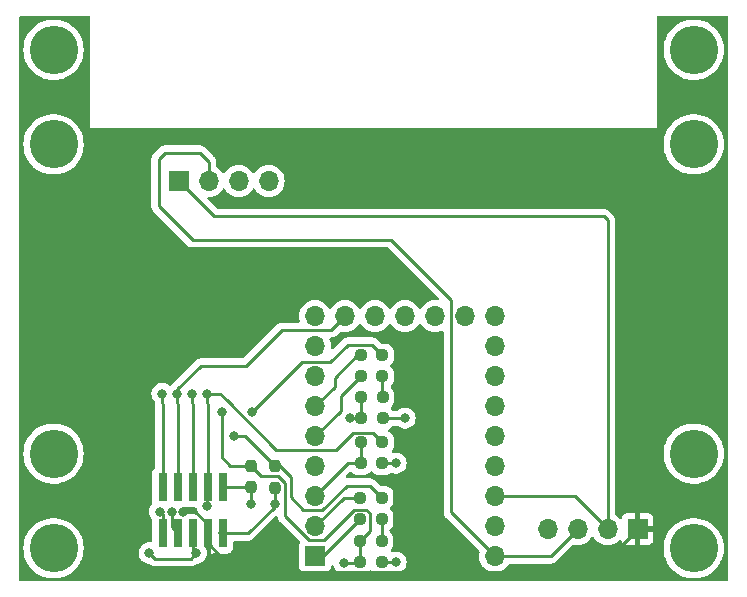
<source format=gbr>
%TF.GenerationSoftware,KiCad,Pcbnew,8.0.1*%
%TF.CreationDate,2024-05-04T23:45:59-07:00*%
%TF.ProjectId,gps_interposer,6770735f-696e-4746-9572-706f7365722e,rev?*%
%TF.SameCoordinates,Original*%
%TF.FileFunction,Copper,L2,Bot*%
%TF.FilePolarity,Positive*%
%FSLAX46Y46*%
G04 Gerber Fmt 4.6, Leading zero omitted, Abs format (unit mm)*
G04 Created by KiCad (PCBNEW 8.0.1) date 2024-05-04 23:45:59*
%MOMM*%
%LPD*%
G01*
G04 APERTURE LIST*
G04 Aperture macros list*
%AMRoundRect*
0 Rectangle with rounded corners*
0 $1 Rounding radius*
0 $2 $3 $4 $5 $6 $7 $8 $9 X,Y pos of 4 corners*
0 Add a 4 corners polygon primitive as box body*
4,1,4,$2,$3,$4,$5,$6,$7,$8,$9,$2,$3,0*
0 Add four circle primitives for the rounded corners*
1,1,$1+$1,$2,$3*
1,1,$1+$1,$4,$5*
1,1,$1+$1,$6,$7*
1,1,$1+$1,$8,$9*
0 Add four rect primitives between the rounded corners*
20,1,$1+$1,$2,$3,$4,$5,0*
20,1,$1+$1,$4,$5,$6,$7,0*
20,1,$1+$1,$6,$7,$8,$9,0*
20,1,$1+$1,$8,$9,$2,$3,0*%
G04 Aperture macros list end*
%TA.AperFunction,ComponentPad*%
%ADD10R,1.700000X1.700000*%
%TD*%
%TA.AperFunction,ComponentPad*%
%ADD11O,1.700000X1.700000*%
%TD*%
%TA.AperFunction,ConnectorPad*%
%ADD12C,3.900000*%
%TD*%
%TA.AperFunction,ComponentPad*%
%ADD13C,4.100000*%
%TD*%
%TA.AperFunction,SMDPad,CuDef*%
%ADD14RoundRect,0.237500X-0.237500X0.250000X-0.237500X-0.250000X0.237500X-0.250000X0.237500X0.250000X0*%
%TD*%
%TA.AperFunction,SMDPad,CuDef*%
%ADD15RoundRect,0.237500X0.250000X0.237500X-0.250000X0.237500X-0.250000X-0.237500X0.250000X-0.237500X0*%
%TD*%
%TA.AperFunction,SMDPad,CuDef*%
%ADD16RoundRect,0.237500X-0.250000X-0.237500X0.250000X-0.237500X0.250000X0.237500X-0.250000X0.237500X0*%
%TD*%
%TA.AperFunction,SMDPad,CuDef*%
%ADD17R,0.740000X2.400000*%
%TD*%
%TA.AperFunction,SMDPad,CuDef*%
%ADD18RoundRect,0.237500X0.237500X-0.250000X0.237500X0.250000X-0.237500X0.250000X-0.237500X-0.250000X0*%
%TD*%
%TA.AperFunction,ViaPad*%
%ADD19C,0.800000*%
%TD*%
%TA.AperFunction,Conductor*%
%ADD20C,0.250000*%
%TD*%
G04 APERTURE END LIST*
D10*
%TO.P,J4,1,Pin_1*%
%TO.N,+3.3V*%
X173500000Y-81000000D03*
D11*
%TO.P,J4,2,Pin_2*%
%TO.N,/VSYS*%
X176040000Y-81000000D03*
%TO.P,J4,3,Pin_3*%
%TO.N,unconnected-(J4-Pin_3-Pad3)*%
X178580000Y-81000000D03*
%TO.P,J4,4,Pin_4*%
%TO.N,GND*%
X181120000Y-81000000D03*
%TD*%
D12*
%TO.P,H6,1,1*%
%TO.N,GND*%
X217100000Y-104100000D03*
D13*
X217100000Y-104100000D03*
%TD*%
D12*
%TO.P,H2,1,1*%
%TO.N,GND*%
X217100000Y-112100000D03*
D13*
X217100000Y-112100000D03*
%TD*%
D10*
%TO.P,J5,1,Pin_1*%
%TO.N,+3V0*%
X212344000Y-110490000D03*
D11*
%TO.P,J5,2,Pin_2*%
%TO.N,+3.3V*%
X209804000Y-110490000D03*
%TO.P,J5,3,Pin_3*%
%TO.N,/VSYS*%
X207264000Y-110490000D03*
%TO.P,J5,4,Pin_4*%
%TO.N,GND*%
X204724000Y-110490000D03*
%TD*%
D12*
%TO.P,H7,1,1*%
%TO.N,GND*%
X162900000Y-104100000D03*
D13*
X162900000Y-104100000D03*
%TD*%
D12*
%TO.P,H4,1,1*%
%TO.N,GND*%
X162900000Y-77900000D03*
D13*
X162900000Y-77900000D03*
%TD*%
D12*
%TO.P,H1,1,1*%
%TO.N,GND*%
X217100000Y-77900000D03*
D13*
X217100000Y-77900000D03*
%TD*%
D12*
%TO.P,H5,1,1*%
%TO.N,GND*%
X217100000Y-69900000D03*
D13*
X217100000Y-69900000D03*
%TD*%
D10*
%TO.P,U3,1,GPIO0/SPI0_RX/I2C0_SDA/UART0_TX*%
%TO.N,Net-(U3-GPIO0{slash}SPI0_RX{slash}I2C0_SDA{slash}UART0_TX)*%
X185039000Y-112776000D03*
D11*
%TO.P,U3,2,GPIO1/SPI0_CSn/I2C0_SCL/UART0_RX*%
%TO.N,Net-(U3-GPIO1{slash}SPI0_CSn{slash}I2C0_SCL{slash}UART0_RX)*%
X185039000Y-110236000D03*
%TO.P,U3,3,GPIO2/SPI0_SCLK/I2C1_SDA*%
%TO.N,/1PPS_M_3V3*%
X185039000Y-107696000D03*
%TO.P,U3,4,GPIO3/SPI0_TX/I2C1_SCLK*%
%TO.N,unconnected-(U3-GPIO3{slash}SPI0_TX{slash}I2C1_SCLK-Pad4)*%
X185039000Y-105156000D03*
%TO.P,U3,5,GPIO4/SPI0_RX_I2C0_SDA/UART1_TX*%
%TO.N,Net-(U3-GPIO4{slash}SPI0_RX_I2C0_SDA{slash}UART1_TX)*%
X185039000Y-102616000D03*
%TO.P,U3,6,GPIO5/SPI0_CSn/I2C0_SCL/UART1_RX*%
%TO.N,Net-(U3-GPIO5{slash}SPI0_CSn{slash}I2C0_SCL{slash}UART1_RX)*%
X185039000Y-100076000D03*
%TO.P,U3,7,GPIO6/SPI0_SCK/I2C1_SDA*%
%TO.N,unconnected-(U3-GPIO6{slash}SPI0_SCK{slash}I2C1_SDA-Pad7)*%
X185039000Y-97536000D03*
%TO.P,U3,8,GPIO7/SPI0_TX/I2C1_SCL*%
%TO.N,unconnected-(U3-GPIO7{slash}SPI0_TX{slash}I2C1_SCL-Pad8)*%
X185039000Y-94996000D03*
%TO.P,U3,9,GPIO8/SPI1_RX/I2C0_SDA/UART1_TX*%
%TO.N,unconnected-(U3-GPIO8{slash}SPI1_RX{slash}I2C0_SDA{slash}UART1_TX-Pad9)*%
X185039000Y-92456000D03*
%TO.P,U3,10,GPIO9/SPI1_CSn/I2C0_SCL/UART1_RX*%
%TO.N,/RTCM_IN_C*%
X187579000Y-92456000D03*
%TO.P,U3,11,GPIO10/SPI1_SCK/I2C1_SDA*%
%TO.N,unconnected-(U3-GPIO10{slash}SPI1_SCK{slash}I2C1_SDA-Pad11)*%
X190119000Y-92456000D03*
%TO.P,U3,12,GPIO11/SPI1_TX/I2C1_SCL*%
%TO.N,unconnected-(U3-GPIO11{slash}SPI1_TX{slash}I2C1_SCL-Pad12)*%
X192659000Y-92456000D03*
%TO.P,U3,13,GPIO12/SPI1_RX/I1C0_SDA/UART0_TX*%
%TO.N,unconnected-(U3-GPIO12{slash}SPI1_RX{slash}I1C0_SDA{slash}UART0_TX-Pad13)*%
X195199000Y-92456000D03*
%TO.P,U3,14,GPIO13/SPI1_CSN/I2C0/SCL/UART0_RX*%
%TO.N,unconnected-(U3-GPIO13{slash}SPI1_CSN{slash}I2C0{slash}SCL{slash}UART0_RX-Pad14)*%
X197739000Y-92456000D03*
%TO.P,U3,15,GPIO14/SPI1_SCK/I2C1_SDA*%
%TO.N,unconnected-(U3-GPIO14{slash}SPI1_SCK{slash}I2C1_SDA-Pad15)*%
X200279000Y-92456000D03*
%TO.P,U3,16,GPIO15/SPI1_TX/I2C1_SCL*%
%TO.N,unconnected-(U3-GPIO15{slash}SPI1_TX{slash}I2C1_SCL-Pad16)*%
X200279000Y-94996000D03*
%TO.P,U3,17,GPIO26/ADC0/I2C1_SDA*%
%TO.N,unconnected-(U3-GPIO26{slash}ADC0{slash}I2C1_SDA-Pad17)*%
X200279000Y-97536000D03*
%TO.P,U3,18,GPIO27/ADC1/I2C1_SCL*%
%TO.N,unconnected-(U3-GPIO27{slash}ADC1{slash}I2C1_SCL-Pad18)*%
X200279000Y-100076000D03*
%TO.P,U3,19,GPIO28/ADC2*%
%TO.N,unconnected-(U3-GPIO28{slash}ADC2-Pad19)*%
X200279000Y-102616000D03*
%TO.P,U3,20,GPIO29/ADC3*%
%TO.N,unconnected-(U3-GPIO29{slash}ADC3-Pad20)*%
X200279000Y-105156000D03*
%TO.P,U3,21,3V3*%
%TO.N,+3.3V*%
X200279000Y-107696000D03*
%TO.P,U3,22,GND*%
%TO.N,GND*%
X200279000Y-110236000D03*
%TO.P,U3,23,VSYS*%
%TO.N,/VSYS*%
X200279000Y-112776000D03*
%TD*%
D12*
%TO.P,H8,1,1*%
%TO.N,GND*%
X162900000Y-69900000D03*
D13*
X162900000Y-69900000D03*
%TD*%
D12*
%TO.P,H3,1,1*%
%TO.N,GND*%
X162900000Y-112100000D03*
D13*
X162900000Y-112100000D03*
%TD*%
D14*
%TO.P,R29,1*%
%TO.N,/RXD_M*%
X179578000Y-105109000D03*
%TO.P,R29,2*%
%TO.N,/RXD_C*%
X179578000Y-106934000D03*
%TD*%
D15*
%TO.P,R19,1*%
%TO.N,GND*%
X190754000Y-101092000D03*
%TO.P,R19,2*%
%TO.N,/TXD_C*%
X188929000Y-101092000D03*
%TD*%
D16*
%TO.P,R14,1*%
%TO.N,Net-(U3-GPIO1{slash}SPI0_CSn{slash}I2C0_SCL{slash}UART0_RX)*%
X188863000Y-107823000D03*
%TO.P,R14,2*%
%TO.N,/TXD_M*%
X190688000Y-107823000D03*
%TD*%
%TO.P,R13,1*%
%TO.N,Net-(U3-GPIO0{slash}SPI0_RX{slash}I2C0_SDA{slash}UART0_TX)*%
X188863000Y-109652000D03*
%TO.P,R13,2*%
%TO.N,/RXD_M_3V3*%
X190688000Y-109652000D03*
%TD*%
D15*
%TO.P,R18,1*%
%TO.N,GND*%
X190674000Y-113284000D03*
%TO.P,R18,2*%
%TO.N,/RXD_M*%
X188849000Y-113284000D03*
%TD*%
D16*
%TO.P,R10,1*%
%TO.N,/TXD_C*%
X188929000Y-99314000D03*
%TO.P,R10,2*%
%TO.N,/TXD_C_3V3*%
X190754000Y-99314000D03*
%TD*%
D17*
%TO.P,J2,1,Pin_1*%
%TO.N,/TXD_C*%
X177220000Y-110850000D03*
%TO.P,J2,2,Pin_2*%
%TO.N,/RXD_C*%
X177220000Y-106950000D03*
%TO.P,J2,3,Pin_3*%
%TO.N,+3V0*%
X175950000Y-110850000D03*
%TO.P,J2,4,Pin_4*%
%TO.N,/1PPS_C*%
X175950000Y-106950000D03*
%TO.P,J2,5,Pin_5*%
%TO.N,GND*%
X174680000Y-110850000D03*
%TO.P,J2,6,Pin_6*%
%TO.N,/BATT_C*%
X174680000Y-106950000D03*
%TO.P,J2,7,Pin_7*%
%TO.N,/RSVD7_C*%
X173410000Y-110850000D03*
%TO.P,J2,8,Pin_8*%
%TO.N,/RTCM_IN_C*%
X173410000Y-106950000D03*
%TO.P,J2,9,Pin_9*%
%TO.N,/ANT_BIAS_C*%
X172140000Y-110850000D03*
%TO.P,J2,10,Pin_10*%
%TO.N,/RSVD10_C*%
X172140000Y-106950000D03*
%TD*%
D18*
%TO.P,R31,1*%
%TO.N,/TXD_C*%
X181610000Y-106981000D03*
%TO.P,R31,2*%
%TO.N,/TXD_M*%
X181610000Y-105156000D03*
%TD*%
D15*
%TO.P,R7,1*%
%TO.N,/1PPS_C*%
X190721000Y-103124000D03*
%TO.P,R7,2*%
%TO.N,/1PPS_M_3V3*%
X188896000Y-103124000D03*
%TD*%
D16*
%TO.P,R16,1*%
%TO.N,Net-(U3-GPIO5{slash}SPI0_CSn{slash}I2C0_SCL{slash}UART1_RX)*%
X188896000Y-95758000D03*
%TO.P,R16,2*%
%TO.N,/RXD_C*%
X190721000Y-95758000D03*
%TD*%
D15*
%TO.P,R17,1*%
%TO.N,GND*%
X190721000Y-104902000D03*
%TO.P,R17,2*%
%TO.N,/1PPS_M_3V3*%
X188896000Y-104902000D03*
%TD*%
D16*
%TO.P,R15,1*%
%TO.N,Net-(U3-GPIO4{slash}SPI0_RX_I2C0_SDA{slash}UART1_TX)*%
X188896000Y-97536000D03*
%TO.P,R15,2*%
%TO.N,/TXD_C_3V3*%
X190721000Y-97536000D03*
%TD*%
D15*
%TO.P,R2,1*%
%TO.N,/RXD_M_3V3*%
X190674000Y-111506000D03*
%TO.P,R2,2*%
%TO.N,/RXD_M*%
X188849000Y-111506000D03*
%TD*%
D19*
%TO.N,GND*%
X171000000Y-112500000D03*
%TO.N,/RXD_M*%
X187500000Y-113359000D03*
%TO.N,/ANT_BIAS_C*%
X171899992Y-109000000D03*
%TO.N,/RSVD7_C*%
X172899995Y-109000000D03*
%TO.N,+3V0*%
X173899998Y-109000000D03*
%TO.N,/1PPS_C*%
X175881240Y-108500000D03*
%TO.N,/TXD_C*%
X177220000Y-110850000D03*
%TO.N,GND*%
X175000000Y-112500000D03*
%TO.N,/RXD_M*%
X177165000Y-100584000D03*
%TO.N,GND*%
X191897000Y-113284000D03*
X192659000Y-101092000D03*
X191897000Y-104902000D03*
%TO.N,/TXD_M*%
X178181000Y-102616000D03*
%TO.N,/1PPS_C*%
X175910000Y-99010000D03*
%TO.N,/RTCM_IN_C*%
X173370000Y-99010000D03*
%TO.N,/RXD_C*%
X179681508Y-100607492D03*
X179578000Y-108331000D03*
%TO.N,/RSVD10_C*%
X172100000Y-99010000D03*
%TO.N,/BATT_C*%
X174640000Y-99010000D03*
%TO.N,/TXD_C*%
X187960000Y-101092000D03*
X181610000Y-108331000D03*
%TD*%
D20*
%TO.N,/VSYS*%
X176040000Y-81000000D02*
X176040000Y-79365000D01*
X176040000Y-79365000D02*
X175300000Y-78625000D01*
X191500000Y-86000000D02*
X196564000Y-91064000D01*
X175300000Y-78625000D02*
X172300000Y-78625000D01*
X172300000Y-78625000D02*
X171800000Y-79125000D01*
X171800000Y-83125000D02*
X174675000Y-86000000D01*
X171800000Y-79125000D02*
X171800000Y-83125000D01*
X174675000Y-86000000D02*
X191500000Y-86000000D01*
X196564000Y-91064000D02*
X196564000Y-109061000D01*
X196564000Y-109061000D02*
X200279000Y-112776000D01*
%TO.N,+3.3V*%
X209804000Y-110490000D02*
X209804000Y-84304000D01*
X209804000Y-84304000D02*
X209500000Y-84000000D01*
X209500000Y-84000000D02*
X176500000Y-84000000D01*
X176500000Y-84000000D02*
X173500000Y-81000000D01*
%TO.N,/1PPS_C*%
X175881240Y-108500000D02*
X175881240Y-107018760D01*
X175881240Y-107018760D02*
X175950000Y-106950000D01*
X177546000Y-99568000D02*
X176988000Y-99010000D01*
X176988000Y-99010000D02*
X175910000Y-99010000D01*
X175910000Y-99010000D02*
X175950000Y-100639000D01*
X177546000Y-99568000D02*
X181769000Y-103791000D01*
X175950000Y-100639000D02*
X175950000Y-106950000D01*
X181769000Y-103791000D02*
X186785000Y-103791000D01*
X186785000Y-103791000D02*
X188252000Y-102324000D01*
X188252000Y-102324000D02*
X189921000Y-102324000D01*
X189921000Y-102324000D02*
X190721000Y-103124000D01*
%TO.N,/BATT_C*%
X174640000Y-99010000D02*
X174680000Y-100639000D01*
X174680000Y-100639000D02*
X174680000Y-106950000D01*
%TO.N,/RTCM_IN_C*%
X173370000Y-99010000D02*
X173355000Y-98645000D01*
X173355000Y-98645000D02*
X175353000Y-96647000D01*
X175353000Y-96647000D02*
X179186299Y-96647000D01*
X173370000Y-99010000D02*
X173410000Y-100639000D01*
X179186299Y-96647000D02*
X182202299Y-93631000D01*
X182202299Y-93631000D02*
X186404000Y-93631000D01*
X186404000Y-93631000D02*
X187579000Y-92456000D01*
X173410000Y-100639000D02*
X173410000Y-106950000D01*
%TO.N,/RSVD10_C*%
X172100000Y-99010000D02*
X172140000Y-100639000D01*
X172140000Y-100639000D02*
X172140000Y-106950000D01*
%TO.N,GND*%
X171500000Y-113000000D02*
X171000000Y-112500000D01*
X175000000Y-112500000D02*
X174500000Y-113000000D01*
X174500000Y-113000000D02*
X171500000Y-113000000D01*
%TO.N,/RXD_M*%
X188774000Y-113359000D02*
X188849000Y-113284000D01*
X187500000Y-113359000D02*
X188774000Y-113359000D01*
%TO.N,/ANT_BIAS_C*%
X172140000Y-109240008D02*
X171899992Y-109000000D01*
X172140000Y-110850000D02*
X172140000Y-109240008D01*
%TO.N,/RSVD7_C*%
X173410000Y-110850000D02*
X172899995Y-110339995D01*
X172899995Y-110339995D02*
X172899995Y-109000000D01*
%TO.N,+3V0*%
X175950000Y-110050000D02*
X174900000Y-109000000D01*
X174900000Y-109000000D02*
X173899998Y-109000000D01*
X175950000Y-110850000D02*
X175950000Y-110050000D01*
%TO.N,GND*%
X174680000Y-112180000D02*
X175000000Y-112500000D01*
X174680000Y-110850000D02*
X174680000Y-112180000D01*
%TO.N,/RXD_M*%
X180437500Y-105968500D02*
X181887076Y-105968500D01*
X177880000Y-105109000D02*
X177165000Y-104394000D01*
X188849000Y-111506000D02*
X188849000Y-113284000D01*
X182499000Y-106580424D02*
X182499000Y-109357701D01*
X182499000Y-109357701D02*
X184552299Y-111411000D01*
X189675500Y-109157500D02*
X189675500Y-110679500D01*
X177165000Y-104394000D02*
X177165000Y-100584000D01*
X189675500Y-110679500D02*
X188849000Y-111506000D01*
X188328000Y-108852000D02*
X189370000Y-108852000D01*
X181887076Y-105968500D02*
X182499000Y-106580424D01*
X189370000Y-108852000D02*
X189675500Y-109157500D01*
X185769000Y-111411000D02*
X188328000Y-108852000D01*
X179578000Y-105109000D02*
X177880000Y-105109000D01*
X179578000Y-105109000D02*
X180437500Y-105968500D01*
X184552299Y-111411000D02*
X185769000Y-111411000D01*
%TO.N,GND*%
X191897000Y-104902000D02*
X190721000Y-104902000D01*
X191897000Y-113284000D02*
X190674000Y-113284000D01*
X190754000Y-101092000D02*
X192659000Y-101092000D01*
%TO.N,/VSYS*%
X204978000Y-112776000D02*
X207264000Y-110490000D01*
X200279000Y-112776000D02*
X204978000Y-112776000D01*
%TO.N,+3V0*%
X175950000Y-111680000D02*
X178354000Y-114084000D01*
X208750000Y-114084000D02*
X212344000Y-110490000D01*
X175950000Y-110850000D02*
X175950000Y-111680000D01*
X178354000Y-114084000D02*
X208750000Y-114084000D01*
%TO.N,/TXD_M*%
X181610000Y-105156000D02*
X179070000Y-102616000D01*
X181610000Y-105156000D02*
X182085000Y-105156000D01*
X185642000Y-108871000D02*
X187706000Y-106807000D01*
X182085000Y-105156000D02*
X182975000Y-106046000D01*
X187706000Y-106807000D02*
X189672000Y-106807000D01*
X182975000Y-106046000D02*
X182975000Y-107791000D01*
X182975000Y-107791000D02*
X184055000Y-108871000D01*
X179070000Y-102616000D02*
X178181000Y-102616000D01*
X189672000Y-106807000D02*
X190688000Y-107823000D01*
X184055000Y-108871000D02*
X185642000Y-108871000D01*
%TO.N,/RXD_C*%
X189865000Y-94869000D02*
X190721000Y-95725000D01*
X183928000Y-96361000D02*
X186340999Y-96361000D01*
X186340999Y-96361000D02*
X187832999Y-94869000D01*
X179681508Y-100607492D02*
X183928000Y-96361000D01*
X177220000Y-106950000D02*
X179562000Y-106950000D01*
X179578000Y-108331000D02*
X179578000Y-106934000D01*
X179562000Y-106950000D02*
X179578000Y-106934000D01*
X190721000Y-95725000D02*
X190721000Y-95758000D01*
X187832999Y-94869000D02*
X189865000Y-94869000D01*
%TO.N,/TXD_C*%
X181610000Y-108585000D02*
X181610000Y-108331000D01*
X177220000Y-110850000D02*
X179345000Y-110850000D01*
X179345000Y-110850000D02*
X181610000Y-108585000D01*
X187960000Y-101092000D02*
X188929000Y-101092000D01*
X188929000Y-99314000D02*
X188929000Y-101092000D01*
X181610000Y-108331000D02*
X181610000Y-106981000D01*
%TO.N,+3.3V*%
X200279000Y-107696000D02*
X207010000Y-107696000D01*
X207010000Y-107696000D02*
X209804000Y-110490000D01*
%TO.N,/RXD_M_3V3*%
X190688000Y-109652000D02*
X190688000Y-111492000D01*
X190688000Y-111492000D02*
X190674000Y-111506000D01*
%TO.N,/1PPS_M_3V3*%
X187833000Y-104902000D02*
X188896000Y-104902000D01*
X188896000Y-104902000D02*
X188896000Y-103124000D01*
X188896000Y-105104000D02*
X188896000Y-104902000D01*
X185039000Y-107696000D02*
X187833000Y-104902000D01*
%TO.N,/TXD_C_3V3*%
X190721000Y-99281000D02*
X190754000Y-99314000D01*
X190721000Y-97536000D02*
X190721000Y-99281000D01*
%TO.N,Net-(U3-GPIO0{slash}SPI0_RX{slash}I2C0_SDA{slash}UART0_TX)*%
X185739000Y-112776000D02*
X188863000Y-109652000D01*
X185039000Y-112776000D02*
X185739000Y-112776000D01*
%TO.N,Net-(U3-GPIO1{slash}SPI0_CSn{slash}I2C0_SCL{slash}UART0_RX)*%
X187452000Y-107823000D02*
X188863000Y-107823000D01*
X185039000Y-110236000D02*
X187452000Y-107823000D01*
%TO.N,Net-(U3-GPIO4{slash}SPI0_RX_I2C0_SDA{slash}UART1_TX)*%
X187198000Y-100457000D02*
X187198000Y-99234000D01*
X187198000Y-99234000D02*
X188896000Y-97536000D01*
X185039000Y-102616000D02*
X187198000Y-100457000D01*
%TO.N,Net-(U3-GPIO5{slash}SPI0_CSn{slash}I2C0_SCL{slash}UART1_RX)*%
X186690000Y-97663000D02*
X188595000Y-95758000D01*
X185039000Y-100076000D02*
X186690000Y-98425000D01*
X188595000Y-95758000D02*
X188896000Y-95758000D01*
X186690000Y-98425000D02*
X186690000Y-97663000D01*
%TD*%
%TA.AperFunction,Conductor*%
%TO.N,+3V0*%
G36*
X174088330Y-108601502D02*
G01*
X174202517Y-108644091D01*
X174262127Y-108650500D01*
X174893206Y-108650499D01*
X174960245Y-108670183D01*
X175006000Y-108722987D01*
X175011137Y-108736180D01*
X175054059Y-108868280D01*
X175054060Y-108868281D01*
X175054061Y-108868284D01*
X175083343Y-108919002D01*
X175109034Y-108963501D01*
X175125505Y-109031401D01*
X175102653Y-109097428D01*
X175047731Y-109140618D01*
X175001646Y-109149500D01*
X174262129Y-109149500D01*
X174262123Y-109149501D01*
X174202516Y-109155908D01*
X174088333Y-109198496D01*
X174018641Y-109203480D01*
X174001667Y-109198496D01*
X173882812Y-109154166D01*
X173826878Y-109112295D01*
X173802461Y-109046831D01*
X173802825Y-109025019D01*
X173805455Y-109000002D01*
X173804246Y-108988500D01*
X173785669Y-108811744D01*
X173783674Y-108805607D01*
X173781678Y-108735767D01*
X173817757Y-108675933D01*
X173880457Y-108645104D01*
X173887193Y-108644159D01*
X173887479Y-108644092D01*
X173887481Y-108644091D01*
X173887483Y-108644091D01*
X174001667Y-108601502D01*
X174071358Y-108596519D01*
X174088330Y-108601502D01*
G37*
%TD.AperFunction*%
%TA.AperFunction,Conductor*%
G36*
X165943039Y-67019685D02*
G01*
X165988794Y-67072489D01*
X166000000Y-67124000D01*
X166000000Y-76500000D01*
X214000000Y-76500000D01*
X214000000Y-69900005D01*
X214544457Y-69900005D01*
X214564606Y-70220283D01*
X214564607Y-70220290D01*
X214624745Y-70535542D01*
X214723916Y-70840759D01*
X214723918Y-70840764D01*
X214860558Y-71131138D01*
X214860562Y-71131144D01*
X215032520Y-71402108D01*
X215032522Y-71402111D01*
X215237087Y-71649388D01*
X215471034Y-71869078D01*
X215471044Y-71869086D01*
X215730660Y-72057708D01*
X215730666Y-72057711D01*
X215730672Y-72057716D01*
X216011903Y-72212324D01*
X216310294Y-72330466D01*
X216310293Y-72330466D01*
X216621135Y-72410276D01*
X216621139Y-72410277D01*
X216687935Y-72418715D01*
X216939524Y-72450499D01*
X216939533Y-72450499D01*
X216939536Y-72450500D01*
X216939538Y-72450500D01*
X217260462Y-72450500D01*
X217260464Y-72450500D01*
X217260467Y-72450499D01*
X217260475Y-72450499D01*
X217450463Y-72426497D01*
X217578861Y-72410277D01*
X217889706Y-72330466D01*
X218188097Y-72212324D01*
X218469328Y-72057716D01*
X218728964Y-71869080D01*
X218962911Y-71649390D01*
X219167478Y-71402110D01*
X219339439Y-71131142D01*
X219476084Y-70840758D01*
X219575256Y-70535538D01*
X219635392Y-70220294D01*
X219655543Y-69900000D01*
X219635392Y-69579706D01*
X219575256Y-69264462D01*
X219476084Y-68959242D01*
X219476081Y-68959235D01*
X219339441Y-68668861D01*
X219339437Y-68668855D01*
X219167479Y-68397891D01*
X219167477Y-68397888D01*
X218962912Y-68150611D01*
X218728965Y-67930921D01*
X218728955Y-67930913D01*
X218469339Y-67742291D01*
X218469321Y-67742280D01*
X218188096Y-67587675D01*
X218188093Y-67587674D01*
X217889703Y-67469533D01*
X217889706Y-67469533D01*
X217578864Y-67389723D01*
X217578851Y-67389721D01*
X217260475Y-67349500D01*
X217260464Y-67349500D01*
X216939536Y-67349500D01*
X216939524Y-67349500D01*
X216621148Y-67389721D01*
X216621135Y-67389723D01*
X216310294Y-67469533D01*
X216011906Y-67587674D01*
X216011903Y-67587675D01*
X215730678Y-67742280D01*
X215730660Y-67742291D01*
X215471044Y-67930913D01*
X215471034Y-67930921D01*
X215237087Y-68150611D01*
X215032522Y-68397888D01*
X215032520Y-68397891D01*
X214860562Y-68668855D01*
X214860558Y-68668861D01*
X214723918Y-68959235D01*
X214723916Y-68959240D01*
X214624745Y-69264457D01*
X214564607Y-69579709D01*
X214564606Y-69579716D01*
X214544457Y-69899994D01*
X214544457Y-69900005D01*
X214000000Y-69900005D01*
X214000000Y-67124000D01*
X214019685Y-67056961D01*
X214072489Y-67011206D01*
X214124000Y-67000000D01*
X219876000Y-67000000D01*
X219943039Y-67019685D01*
X219988794Y-67072489D01*
X220000000Y-67124000D01*
X220000000Y-114776000D01*
X219980315Y-114843039D01*
X219927511Y-114888794D01*
X219876000Y-114900000D01*
X160124000Y-114900000D01*
X160056961Y-114880315D01*
X160011206Y-114827511D01*
X160000000Y-114776000D01*
X160000000Y-112100005D01*
X160344457Y-112100005D01*
X160364606Y-112420283D01*
X160364607Y-112420290D01*
X160389351Y-112549999D01*
X160415724Y-112688256D01*
X160424745Y-112735542D01*
X160523916Y-113040759D01*
X160523918Y-113040764D01*
X160660558Y-113331138D01*
X160660562Y-113331144D01*
X160832520Y-113602108D01*
X160832522Y-113602111D01*
X161009645Y-113816216D01*
X161037089Y-113849390D01*
X161250615Y-114049903D01*
X161271034Y-114069078D01*
X161271044Y-114069086D01*
X161530660Y-114257708D01*
X161530666Y-114257711D01*
X161530672Y-114257716D01*
X161811903Y-114412324D01*
X162110294Y-114530466D01*
X162110293Y-114530466D01*
X162421135Y-114610276D01*
X162421139Y-114610277D01*
X162487935Y-114618715D01*
X162739524Y-114650499D01*
X162739533Y-114650499D01*
X162739536Y-114650500D01*
X162739538Y-114650500D01*
X163060462Y-114650500D01*
X163060464Y-114650500D01*
X163060467Y-114650499D01*
X163060475Y-114650499D01*
X163250463Y-114626497D01*
X163378861Y-114610277D01*
X163689706Y-114530466D01*
X163988097Y-114412324D01*
X164269328Y-114257716D01*
X164528964Y-114069080D01*
X164762911Y-113849390D01*
X164967478Y-113602110D01*
X165139439Y-113331142D01*
X165161623Y-113284000D01*
X165276081Y-113040764D01*
X165276084Y-113040758D01*
X165375256Y-112735538D01*
X165420187Y-112500000D01*
X170094540Y-112500000D01*
X170114326Y-112688256D01*
X170114327Y-112688259D01*
X170172818Y-112868277D01*
X170172821Y-112868284D01*
X170267467Y-113032216D01*
X170324668Y-113095744D01*
X170394129Y-113172888D01*
X170547265Y-113284148D01*
X170547270Y-113284151D01*
X170720192Y-113361142D01*
X170720197Y-113361144D01*
X170905354Y-113400500D01*
X170964547Y-113400500D01*
X171031586Y-113420185D01*
X171052229Y-113436820D01*
X171101263Y-113485855D01*
X171101264Y-113485856D01*
X171101267Y-113485858D01*
X171178190Y-113537256D01*
X171203710Y-113554309D01*
X171203713Y-113554311D01*
X171203715Y-113554312D01*
X171266421Y-113580285D01*
X171266422Y-113580286D01*
X171266423Y-113580286D01*
X171317548Y-113601463D01*
X171345191Y-113606961D01*
X171370129Y-113611922D01*
X171370149Y-113611925D01*
X171370171Y-113611930D01*
X171438391Y-113625499D01*
X171438392Y-113625500D01*
X171438393Y-113625500D01*
X174561608Y-113625500D01*
X174561608Y-113625499D01*
X174629829Y-113611930D01*
X174629830Y-113611930D01*
X174647694Y-113608376D01*
X174682452Y-113601463D01*
X174715792Y-113587652D01*
X174796286Y-113554312D01*
X174847509Y-113520084D01*
X174898733Y-113485858D01*
X174947771Y-113436820D01*
X175009094Y-113403334D01*
X175035453Y-113400500D01*
X175094644Y-113400500D01*
X175094646Y-113400500D01*
X175279803Y-113361144D01*
X175452730Y-113284151D01*
X175605871Y-113172888D01*
X175732533Y-113032216D01*
X175827179Y-112868284D01*
X175885674Y-112688256D01*
X175905460Y-112500000D01*
X175885674Y-112311744D01*
X175827179Y-112131716D01*
X175732533Y-111967784D01*
X175731847Y-111967022D01*
X175731589Y-111966486D01*
X175728714Y-111962528D01*
X175729438Y-111962001D01*
X175701620Y-111904029D01*
X175700000Y-111884053D01*
X175700000Y-110724000D01*
X175719685Y-110656961D01*
X175772489Y-110611206D01*
X175824000Y-110600000D01*
X176076000Y-110600000D01*
X176143039Y-110619685D01*
X176188794Y-110672489D01*
X176200000Y-110724000D01*
X176200000Y-112550000D01*
X176367828Y-112550000D01*
X176367844Y-112549999D01*
X176427372Y-112543598D01*
X176427376Y-112543597D01*
X176540951Y-112501236D01*
X176610643Y-112496252D01*
X176627608Y-112501232D01*
X176742517Y-112544091D01*
X176802127Y-112550500D01*
X177637872Y-112550499D01*
X177697483Y-112544091D01*
X177832331Y-112493796D01*
X177947546Y-112407546D01*
X178033796Y-112292331D01*
X178084091Y-112157483D01*
X178090500Y-112097873D01*
X178090500Y-111599500D01*
X178110185Y-111532461D01*
X178162989Y-111486706D01*
X178214500Y-111475500D01*
X179406607Y-111475500D01*
X179467029Y-111463481D01*
X179527452Y-111451463D01*
X179527455Y-111451461D01*
X179527458Y-111451461D01*
X179560787Y-111437654D01*
X179560786Y-111437654D01*
X179560792Y-111437652D01*
X179641286Y-111404312D01*
X179705505Y-111361401D01*
X179743733Y-111335858D01*
X179830858Y-111248733D01*
X179830858Y-111248731D01*
X179841066Y-111238524D01*
X179841067Y-111238521D01*
X181674085Y-109405503D01*
X181735407Y-109372020D01*
X181805099Y-109377004D01*
X181861032Y-109418876D01*
X181883382Y-109468994D01*
X181897535Y-109540146D01*
X181897538Y-109540155D01*
X181911347Y-109573493D01*
X181911347Y-109573494D01*
X181944685Y-109653982D01*
X181944688Y-109653987D01*
X181967511Y-109688143D01*
X181967512Y-109688146D01*
X181967513Y-109688146D01*
X182013141Y-109756433D01*
X182013144Y-109756437D01*
X182104586Y-109847879D01*
X182104608Y-109847899D01*
X183752783Y-111496074D01*
X183786268Y-111557397D01*
X183781284Y-111627089D01*
X183764371Y-111658063D01*
X183745205Y-111683666D01*
X183745202Y-111683671D01*
X183694908Y-111818517D01*
X183688501Y-111878116D01*
X183688500Y-111878135D01*
X183688500Y-113673870D01*
X183688501Y-113673876D01*
X183694908Y-113733483D01*
X183745202Y-113868328D01*
X183745206Y-113868335D01*
X183831452Y-113983544D01*
X183831455Y-113983547D01*
X183946664Y-114069793D01*
X183946671Y-114069797D01*
X184081517Y-114120091D01*
X184081516Y-114120091D01*
X184088444Y-114120835D01*
X184141127Y-114126500D01*
X185936872Y-114126499D01*
X185996483Y-114120091D01*
X186131331Y-114069796D01*
X186246546Y-113983546D01*
X186332796Y-113868331D01*
X186383091Y-113733483D01*
X186389500Y-113673873D01*
X186389499Y-113638216D01*
X186409182Y-113571180D01*
X186461985Y-113525424D01*
X186531143Y-113515479D01*
X186594699Y-113544502D01*
X186631430Y-113599898D01*
X186672819Y-113727280D01*
X186672821Y-113727284D01*
X186767467Y-113891216D01*
X186856747Y-113990371D01*
X186894129Y-114031888D01*
X187047265Y-114143148D01*
X187047270Y-114143151D01*
X187220192Y-114220142D01*
X187220197Y-114220144D01*
X187405354Y-114259500D01*
X187405355Y-114259500D01*
X187594644Y-114259500D01*
X187594646Y-114259500D01*
X187779803Y-114220144D01*
X187952730Y-114143151D01*
X187999518Y-114109157D01*
X188065320Y-114085678D01*
X188133374Y-114101502D01*
X188137498Y-114103937D01*
X188138147Y-114104337D01*
X188138150Y-114104340D01*
X188284984Y-114194908D01*
X188448747Y-114249174D01*
X188549823Y-114259500D01*
X189148176Y-114259499D01*
X189148184Y-114259498D01*
X189148187Y-114259498D01*
X189203530Y-114253844D01*
X189249253Y-114249174D01*
X189413016Y-114194908D01*
X189559850Y-114104340D01*
X189673819Y-113990371D01*
X189735142Y-113956886D01*
X189804834Y-113961870D01*
X189849181Y-113990371D01*
X189963150Y-114104340D01*
X190109984Y-114194908D01*
X190273747Y-114249174D01*
X190374823Y-114259500D01*
X190973176Y-114259499D01*
X190973184Y-114259498D01*
X190973187Y-114259498D01*
X191028530Y-114253844D01*
X191074253Y-114249174D01*
X191238016Y-114194908D01*
X191384850Y-114104340D01*
X191384852Y-114104337D01*
X191388112Y-114102327D01*
X191455504Y-114083887D01*
X191503645Y-114094587D01*
X191617192Y-114145142D01*
X191617197Y-114145144D01*
X191802354Y-114184500D01*
X191802355Y-114184500D01*
X191991644Y-114184500D01*
X191991646Y-114184500D01*
X192176803Y-114145144D01*
X192349730Y-114068151D01*
X192502871Y-113956888D01*
X192509042Y-113950035D01*
X192515487Y-113942876D01*
X192629533Y-113816216D01*
X192724179Y-113652284D01*
X192782674Y-113472256D01*
X192802460Y-113284000D01*
X192782674Y-113095744D01*
X192724179Y-112915716D01*
X192629533Y-112751784D01*
X192502871Y-112611112D01*
X192501360Y-112610014D01*
X192349734Y-112499851D01*
X192349729Y-112499848D01*
X192176807Y-112422857D01*
X192176802Y-112422855D01*
X192031001Y-112391865D01*
X191991646Y-112383500D01*
X191802354Y-112383500D01*
X191706144Y-112403949D01*
X191610840Y-112424207D01*
X191610339Y-112421851D01*
X191551396Y-112423520D01*
X191491572Y-112387425D01*
X191460760Y-112324716D01*
X191468742Y-112255304D01*
X191495265Y-112215924D01*
X191506840Y-112204350D01*
X191597408Y-112057516D01*
X191651674Y-111893753D01*
X191662000Y-111792677D01*
X191661999Y-111219324D01*
X191655861Y-111159240D01*
X191651674Y-111118247D01*
X191625167Y-111038256D01*
X191597408Y-110954484D01*
X191506840Y-110807650D01*
X191384850Y-110685660D01*
X191384849Y-110685659D01*
X191384846Y-110685656D01*
X191379184Y-110681179D01*
X191381027Y-110678848D01*
X191343301Y-110636894D01*
X191332087Y-110567930D01*
X191359939Y-110503851D01*
X191390035Y-110477777D01*
X191398850Y-110472340D01*
X191520840Y-110350350D01*
X191611408Y-110203516D01*
X191665674Y-110039753D01*
X191676000Y-109938677D01*
X191675999Y-109365324D01*
X191675177Y-109357281D01*
X191665674Y-109264247D01*
X191658781Y-109243446D01*
X191611408Y-109100484D01*
X191520840Y-108953650D01*
X191398850Y-108831660D01*
X191393743Y-108826553D01*
X191395631Y-108824664D01*
X191362410Y-108777773D01*
X191359254Y-108707975D01*
X191393788Y-108648492D01*
X191393743Y-108648447D01*
X191393914Y-108648275D01*
X191394335Y-108647551D01*
X191396612Y-108645577D01*
X191398847Y-108643341D01*
X191398850Y-108643340D01*
X191520840Y-108521350D01*
X191611408Y-108374516D01*
X191665674Y-108210753D01*
X191676000Y-108109677D01*
X191675999Y-107536324D01*
X191665674Y-107435247D01*
X191611408Y-107271484D01*
X191520840Y-107124650D01*
X191398850Y-107002660D01*
X191252016Y-106912092D01*
X191088253Y-106857826D01*
X191088251Y-106857825D01*
X190987184Y-106847500D01*
X190987177Y-106847500D01*
X190648452Y-106847500D01*
X190581413Y-106827815D01*
X190560771Y-106811181D01*
X190162198Y-106412608D01*
X190162178Y-106412586D01*
X190070733Y-106321141D01*
X190015353Y-106284138D01*
X189975815Y-106257719D01*
X189968286Y-106252688D01*
X189968283Y-106252686D01*
X189968280Y-106252685D01*
X189887792Y-106219347D01*
X189854453Y-106205537D01*
X189844427Y-106203543D01*
X189794029Y-106193518D01*
X189733610Y-106181500D01*
X189733607Y-106181500D01*
X189733606Y-106181500D01*
X187767607Y-106181500D01*
X187737452Y-106181500D01*
X187670413Y-106161815D01*
X187624658Y-106109011D01*
X187614714Y-106039853D01*
X187643739Y-105976297D01*
X187649759Y-105969830D01*
X187953523Y-105666066D01*
X188014841Y-105632585D01*
X188084532Y-105637569D01*
X188128880Y-105666070D01*
X188185150Y-105722340D01*
X188331984Y-105812908D01*
X188495747Y-105867174D01*
X188596823Y-105877500D01*
X189195176Y-105877499D01*
X189195184Y-105877498D01*
X189195187Y-105877498D01*
X189250530Y-105871844D01*
X189296253Y-105867174D01*
X189460016Y-105812908D01*
X189606850Y-105722340D01*
X189720819Y-105608371D01*
X189782142Y-105574886D01*
X189851834Y-105579870D01*
X189896181Y-105608371D01*
X190010150Y-105722340D01*
X190156984Y-105812908D01*
X190320747Y-105867174D01*
X190421823Y-105877500D01*
X191020176Y-105877499D01*
X191020184Y-105877498D01*
X191020187Y-105877498D01*
X191075530Y-105871844D01*
X191121253Y-105867174D01*
X191285016Y-105812908D01*
X191415409Y-105732480D01*
X191482800Y-105714040D01*
X191530941Y-105724740D01*
X191578031Y-105745706D01*
X191617197Y-105763144D01*
X191802354Y-105802500D01*
X191802355Y-105802500D01*
X191991644Y-105802500D01*
X191991646Y-105802500D01*
X192176803Y-105763144D01*
X192349730Y-105686151D01*
X192502871Y-105574888D01*
X192504405Y-105573185D01*
X192518963Y-105557016D01*
X192629533Y-105434216D01*
X192724179Y-105270284D01*
X192782674Y-105090256D01*
X192802460Y-104902000D01*
X192782674Y-104713744D01*
X192724179Y-104533716D01*
X192629533Y-104369784D01*
X192502871Y-104229112D01*
X192467827Y-104203651D01*
X192349734Y-104117851D01*
X192349729Y-104117848D01*
X192176807Y-104040857D01*
X192176802Y-104040855D01*
X192031001Y-104009865D01*
X191991646Y-104001500D01*
X191802354Y-104001500D01*
X191729853Y-104016910D01*
X191668717Y-104029905D01*
X191599049Y-104024589D01*
X191543316Y-103982452D01*
X191519211Y-103916872D01*
X191534388Y-103848670D01*
X191549718Y-103828295D01*
X191549362Y-103828013D01*
X191553838Y-103822352D01*
X191553840Y-103822350D01*
X191644408Y-103675516D01*
X191698674Y-103511753D01*
X191709000Y-103410677D01*
X191708999Y-102837324D01*
X191698674Y-102736247D01*
X191644408Y-102572484D01*
X191553840Y-102425650D01*
X191431850Y-102303660D01*
X191431846Y-102303657D01*
X191300901Y-102222889D01*
X191254176Y-102170942D01*
X191242955Y-102101979D01*
X191270798Y-102037897D01*
X191313606Y-102004963D01*
X191318008Y-102002910D01*
X191318016Y-102002908D01*
X191464850Y-101912340D01*
X191586840Y-101790350D01*
X191595442Y-101776404D01*
X191647390Y-101729679D01*
X191700981Y-101717500D01*
X191955252Y-101717500D01*
X192022291Y-101737185D01*
X192047400Y-101758526D01*
X192053126Y-101764885D01*
X192053130Y-101764889D01*
X192206265Y-101876148D01*
X192206270Y-101876151D01*
X192379192Y-101953142D01*
X192379197Y-101953144D01*
X192564354Y-101992500D01*
X192564355Y-101992500D01*
X192753644Y-101992500D01*
X192753646Y-101992500D01*
X192938803Y-101953144D01*
X193111730Y-101876151D01*
X193264871Y-101764888D01*
X193391533Y-101624216D01*
X193486179Y-101460284D01*
X193544674Y-101280256D01*
X193564460Y-101092000D01*
X193544674Y-100903744D01*
X193486179Y-100723716D01*
X193391533Y-100559784D01*
X193264871Y-100419112D01*
X193264870Y-100419111D01*
X193111734Y-100307851D01*
X193111729Y-100307848D01*
X192938807Y-100230857D01*
X192938802Y-100230855D01*
X192783803Y-100197910D01*
X192753646Y-100191500D01*
X192564354Y-100191500D01*
X192534197Y-100197910D01*
X192379197Y-100230855D01*
X192379192Y-100230857D01*
X192206270Y-100307848D01*
X192206265Y-100307851D01*
X192053130Y-100419110D01*
X192053126Y-100419114D01*
X192047400Y-100425474D01*
X191987913Y-100462121D01*
X191955252Y-100466500D01*
X191700981Y-100466500D01*
X191633942Y-100446815D01*
X191595442Y-100407596D01*
X191594408Y-100405920D01*
X191586840Y-100393650D01*
X191483871Y-100290681D01*
X191450386Y-100229358D01*
X191455370Y-100159666D01*
X191483871Y-100115319D01*
X191523914Y-100075276D01*
X191586840Y-100012350D01*
X191677408Y-99865516D01*
X191731674Y-99701753D01*
X191742000Y-99600677D01*
X191741999Y-99027324D01*
X191740229Y-99010000D01*
X191731674Y-98926247D01*
X191719946Y-98890855D01*
X191677408Y-98762484D01*
X191586840Y-98615650D01*
X191467371Y-98496181D01*
X191433886Y-98434858D01*
X191438870Y-98365166D01*
X191467371Y-98320819D01*
X191497797Y-98290393D01*
X191553840Y-98234350D01*
X191644408Y-98087516D01*
X191698674Y-97923753D01*
X191709000Y-97822677D01*
X191708999Y-97249324D01*
X191707500Y-97234654D01*
X191698674Y-97148247D01*
X191695256Y-97137931D01*
X191644408Y-96984484D01*
X191553840Y-96837650D01*
X191450871Y-96734681D01*
X191417386Y-96673358D01*
X191422370Y-96603666D01*
X191450871Y-96559319D01*
X191553840Y-96456350D01*
X191644408Y-96309516D01*
X191698674Y-96145753D01*
X191709000Y-96044677D01*
X191708999Y-95471324D01*
X191698674Y-95370247D01*
X191644408Y-95206484D01*
X191553840Y-95059650D01*
X191431850Y-94937660D01*
X191285016Y-94847092D01*
X191121253Y-94792826D01*
X191121251Y-94792825D01*
X191020184Y-94782500D01*
X191020177Y-94782500D01*
X190714452Y-94782500D01*
X190647413Y-94762815D01*
X190626771Y-94746181D01*
X190355198Y-94474608D01*
X190355178Y-94474586D01*
X190263733Y-94383141D01*
X190212509Y-94348915D01*
X190182688Y-94328989D01*
X190161286Y-94314688D01*
X190161283Y-94314686D01*
X190161280Y-94314685D01*
X190080792Y-94281347D01*
X190047453Y-94267537D01*
X190037427Y-94265543D01*
X189987029Y-94255518D01*
X189926610Y-94243500D01*
X189926607Y-94243500D01*
X189926606Y-94243500D01*
X187900740Y-94243500D01*
X187900720Y-94243499D01*
X187894606Y-94243499D01*
X187771393Y-94243499D01*
X187670596Y-94263548D01*
X187670591Y-94263548D01*
X187650548Y-94267536D01*
X187650546Y-94267536D01*
X187603396Y-94287067D01*
X187536718Y-94314685D01*
X187536716Y-94314686D01*
X187434265Y-94383141D01*
X186594645Y-95222761D01*
X186533322Y-95256246D01*
X186463630Y-95251262D01*
X186407697Y-95209390D01*
X186383280Y-95143926D01*
X186383436Y-95124272D01*
X186394659Y-94996000D01*
X186394659Y-94995999D01*
X186376883Y-94792825D01*
X186374063Y-94760592D01*
X186312903Y-94532337D01*
X186266537Y-94432905D01*
X186256045Y-94363827D01*
X186284565Y-94300043D01*
X186343041Y-94261804D01*
X186378919Y-94256500D01*
X186465608Y-94256500D01*
X186465608Y-94256499D01*
X186530963Y-94243500D01*
X186530964Y-94243500D01*
X186559092Y-94237904D01*
X186586452Y-94232463D01*
X186586457Y-94232460D01*
X186586460Y-94232460D01*
X186619787Y-94218654D01*
X186619786Y-94218654D01*
X186619792Y-94218652D01*
X186700286Y-94185312D01*
X186751509Y-94151084D01*
X186802733Y-94116858D01*
X186889858Y-94029733D01*
X186889859Y-94029731D01*
X186896925Y-94022665D01*
X186896928Y-94022661D01*
X187123353Y-93796235D01*
X187184674Y-93762752D01*
X187243125Y-93764143D01*
X187276173Y-93772998D01*
X187343592Y-93791063D01*
X187531918Y-93807539D01*
X187578999Y-93811659D01*
X187579000Y-93811659D01*
X187579001Y-93811659D01*
X187618234Y-93808226D01*
X187814408Y-93791063D01*
X188042663Y-93729903D01*
X188256830Y-93630035D01*
X188450401Y-93494495D01*
X188617495Y-93327401D01*
X188747425Y-93141842D01*
X188802002Y-93098217D01*
X188871500Y-93091023D01*
X188933855Y-93122546D01*
X188950575Y-93141842D01*
X189080500Y-93327395D01*
X189080505Y-93327401D01*
X189247599Y-93494495D01*
X189344384Y-93562265D01*
X189441165Y-93630032D01*
X189441167Y-93630033D01*
X189441170Y-93630035D01*
X189655337Y-93729903D01*
X189883592Y-93791063D01*
X190071918Y-93807539D01*
X190118999Y-93811659D01*
X190119000Y-93811659D01*
X190119001Y-93811659D01*
X190158234Y-93808226D01*
X190354408Y-93791063D01*
X190582663Y-93729903D01*
X190796830Y-93630035D01*
X190990401Y-93494495D01*
X191157495Y-93327401D01*
X191287425Y-93141842D01*
X191342002Y-93098217D01*
X191411500Y-93091023D01*
X191473855Y-93122546D01*
X191490575Y-93141842D01*
X191620500Y-93327395D01*
X191620505Y-93327401D01*
X191787599Y-93494495D01*
X191884384Y-93562265D01*
X191981165Y-93630032D01*
X191981167Y-93630033D01*
X191981170Y-93630035D01*
X192195337Y-93729903D01*
X192423592Y-93791063D01*
X192611918Y-93807539D01*
X192658999Y-93811659D01*
X192659000Y-93811659D01*
X192659001Y-93811659D01*
X192698234Y-93808226D01*
X192894408Y-93791063D01*
X193122663Y-93729903D01*
X193336830Y-93630035D01*
X193530401Y-93494495D01*
X193697495Y-93327401D01*
X193827425Y-93141842D01*
X193882002Y-93098217D01*
X193951500Y-93091023D01*
X194013855Y-93122546D01*
X194030575Y-93141842D01*
X194160500Y-93327395D01*
X194160505Y-93327401D01*
X194327599Y-93494495D01*
X194424384Y-93562265D01*
X194521165Y-93630032D01*
X194521167Y-93630033D01*
X194521170Y-93630035D01*
X194735337Y-93729903D01*
X194963592Y-93791063D01*
X195151918Y-93807539D01*
X195198999Y-93811659D01*
X195199000Y-93811659D01*
X195199001Y-93811659D01*
X195238234Y-93808226D01*
X195434408Y-93791063D01*
X195662663Y-93729903D01*
X195762098Y-93683535D01*
X195831172Y-93673044D01*
X195894956Y-93701563D01*
X195933196Y-93760040D01*
X195938500Y-93795918D01*
X195938500Y-108999393D01*
X195938500Y-109122607D01*
X195938500Y-109122609D01*
X195938499Y-109122609D01*
X195944930Y-109154934D01*
X195944930Y-109154936D01*
X195962535Y-109243446D01*
X195962540Y-109243463D01*
X195975168Y-109273947D01*
X195975169Y-109273949D01*
X196009685Y-109357281D01*
X196009691Y-109357292D01*
X196043352Y-109407666D01*
X196043353Y-109407670D01*
X196043355Y-109407670D01*
X196078142Y-109459733D01*
X196165267Y-109546858D01*
X196165269Y-109546859D01*
X196172335Y-109553925D01*
X196172334Y-109553925D01*
X196172338Y-109553928D01*
X198938761Y-112320352D01*
X198972246Y-112381675D01*
X198970855Y-112440124D01*
X198943937Y-112540589D01*
X198943937Y-112540590D01*
X198923341Y-112775999D01*
X198923341Y-112776000D01*
X198943936Y-113011403D01*
X198943938Y-113011413D01*
X199005094Y-113239655D01*
X199005096Y-113239659D01*
X199005097Y-113239663D01*
X199080097Y-113400500D01*
X199104965Y-113453830D01*
X199104967Y-113453834D01*
X199208340Y-113601465D01*
X199240505Y-113647401D01*
X199407599Y-113814495D01*
X199504384Y-113882265D01*
X199601165Y-113950032D01*
X199601167Y-113950033D01*
X199601170Y-113950035D01*
X199815337Y-114049903D01*
X200043592Y-114111063D01*
X200220034Y-114126500D01*
X200278999Y-114131659D01*
X200279000Y-114131659D01*
X200279001Y-114131659D01*
X200337966Y-114126500D01*
X200514408Y-114111063D01*
X200742663Y-114049903D01*
X200956830Y-113950035D01*
X201150401Y-113814495D01*
X201317495Y-113647401D01*
X201452652Y-113454377D01*
X201507229Y-113410752D01*
X201554227Y-113401500D01*
X205039607Y-113401500D01*
X205100029Y-113389481D01*
X205160452Y-113377463D01*
X205199849Y-113361144D01*
X205274286Y-113330312D01*
X205343595Y-113284000D01*
X205376733Y-113261858D01*
X205463858Y-113174733D01*
X205463859Y-113174731D01*
X205470925Y-113167665D01*
X205470928Y-113167661D01*
X206538583Y-112100005D01*
X214544457Y-112100005D01*
X214564606Y-112420283D01*
X214564607Y-112420290D01*
X214589351Y-112549999D01*
X214615724Y-112688256D01*
X214624745Y-112735542D01*
X214723916Y-113040759D01*
X214723918Y-113040764D01*
X214860558Y-113331138D01*
X214860562Y-113331144D01*
X215032520Y-113602108D01*
X215032522Y-113602111D01*
X215209645Y-113816216D01*
X215237089Y-113849390D01*
X215450615Y-114049903D01*
X215471034Y-114069078D01*
X215471044Y-114069086D01*
X215730660Y-114257708D01*
X215730666Y-114257711D01*
X215730672Y-114257716D01*
X216011903Y-114412324D01*
X216310294Y-114530466D01*
X216310293Y-114530466D01*
X216621135Y-114610276D01*
X216621139Y-114610277D01*
X216687935Y-114618715D01*
X216939524Y-114650499D01*
X216939533Y-114650499D01*
X216939536Y-114650500D01*
X216939538Y-114650500D01*
X217260462Y-114650500D01*
X217260464Y-114650500D01*
X217260467Y-114650499D01*
X217260475Y-114650499D01*
X217450463Y-114626497D01*
X217578861Y-114610277D01*
X217889706Y-114530466D01*
X218188097Y-114412324D01*
X218469328Y-114257716D01*
X218728964Y-114069080D01*
X218962911Y-113849390D01*
X219167478Y-113602110D01*
X219339439Y-113331142D01*
X219361623Y-113284000D01*
X219476081Y-113040764D01*
X219476084Y-113040758D01*
X219575256Y-112735538D01*
X219635392Y-112420294D01*
X219636194Y-112407544D01*
X219655543Y-112100005D01*
X219655543Y-112099994D01*
X219635393Y-111779716D01*
X219635392Y-111779709D01*
X219635392Y-111779706D01*
X219575256Y-111464462D01*
X219476084Y-111159242D01*
X219476081Y-111159235D01*
X219339441Y-110868861D01*
X219339437Y-110868855D01*
X219167479Y-110597891D01*
X219167477Y-110597888D01*
X218962912Y-110350611D01*
X218728965Y-110130921D01*
X218728955Y-110130913D01*
X218469339Y-109942291D01*
X218469321Y-109942280D01*
X218188096Y-109787675D01*
X218188093Y-109787674D01*
X217936704Y-109688142D01*
X217889706Y-109669534D01*
X217889704Y-109669533D01*
X217889706Y-109669533D01*
X217578864Y-109589723D01*
X217578851Y-109589721D01*
X217260475Y-109549500D01*
X217260464Y-109549500D01*
X216939536Y-109549500D01*
X216939524Y-109549500D01*
X216621148Y-109589721D01*
X216621135Y-109589723D01*
X216310294Y-109669533D01*
X216011906Y-109787674D01*
X216011903Y-109787675D01*
X215730678Y-109942280D01*
X215730660Y-109942291D01*
X215471044Y-110130913D01*
X215471034Y-110130921D01*
X215237087Y-110350611D01*
X215032522Y-110597888D01*
X215032520Y-110597891D01*
X214860562Y-110868855D01*
X214860558Y-110868861D01*
X214723918Y-111159235D01*
X214723916Y-111159240D01*
X214624745Y-111464457D01*
X214564607Y-111779709D01*
X214564606Y-111779716D01*
X214544457Y-112099994D01*
X214544457Y-112100005D01*
X206538583Y-112100005D01*
X206808353Y-111830235D01*
X206869674Y-111796752D01*
X206928125Y-111798143D01*
X206962780Y-111807428D01*
X207028592Y-111825063D01*
X207199319Y-111840000D01*
X207263999Y-111845659D01*
X207264000Y-111845659D01*
X207264001Y-111845659D01*
X207328681Y-111840000D01*
X207499408Y-111825063D01*
X207727663Y-111763903D01*
X207941830Y-111664035D01*
X208135401Y-111528495D01*
X208302495Y-111361401D01*
X208432425Y-111175842D01*
X208487002Y-111132217D01*
X208556500Y-111125023D01*
X208618855Y-111156546D01*
X208635575Y-111175842D01*
X208765500Y-111361395D01*
X208765505Y-111361401D01*
X208932599Y-111528495D01*
X209009135Y-111582086D01*
X209126165Y-111664032D01*
X209126167Y-111664033D01*
X209126170Y-111664035D01*
X209340337Y-111763903D01*
X209568592Y-111825063D01*
X209739319Y-111840000D01*
X209803999Y-111845659D01*
X209804000Y-111845659D01*
X209804001Y-111845659D01*
X209868681Y-111840000D01*
X210039408Y-111825063D01*
X210267663Y-111763903D01*
X210481830Y-111664035D01*
X210675401Y-111528495D01*
X210797717Y-111406178D01*
X210859036Y-111372696D01*
X210928728Y-111377680D01*
X210984662Y-111419551D01*
X211001577Y-111450528D01*
X211050646Y-111582088D01*
X211050649Y-111582093D01*
X211136809Y-111697187D01*
X211136812Y-111697190D01*
X211251906Y-111783350D01*
X211251913Y-111783354D01*
X211386620Y-111833596D01*
X211386627Y-111833598D01*
X211446155Y-111839999D01*
X211446172Y-111840000D01*
X212094000Y-111840000D01*
X212094000Y-110923012D01*
X212151007Y-110955925D01*
X212278174Y-110990000D01*
X212409826Y-110990000D01*
X212536993Y-110955925D01*
X212594000Y-110923012D01*
X212594000Y-111840000D01*
X213241828Y-111840000D01*
X213241844Y-111839999D01*
X213301372Y-111833598D01*
X213301379Y-111833596D01*
X213436086Y-111783354D01*
X213436093Y-111783350D01*
X213551187Y-111697190D01*
X213551190Y-111697187D01*
X213637350Y-111582093D01*
X213637354Y-111582086D01*
X213687596Y-111447379D01*
X213687598Y-111447372D01*
X213693999Y-111387844D01*
X213694000Y-111387827D01*
X213694000Y-110740000D01*
X212777012Y-110740000D01*
X212809925Y-110682993D01*
X212844000Y-110555826D01*
X212844000Y-110424174D01*
X212809925Y-110297007D01*
X212777012Y-110240000D01*
X213694000Y-110240000D01*
X213694000Y-109592172D01*
X213693999Y-109592155D01*
X213687598Y-109532627D01*
X213687596Y-109532620D01*
X213637354Y-109397913D01*
X213637350Y-109397906D01*
X213551190Y-109282812D01*
X213551187Y-109282809D01*
X213436093Y-109196649D01*
X213436086Y-109196645D01*
X213301379Y-109146403D01*
X213301372Y-109146401D01*
X213241844Y-109140000D01*
X212594000Y-109140000D01*
X212594000Y-110056988D01*
X212536993Y-110024075D01*
X212409826Y-109990000D01*
X212278174Y-109990000D01*
X212151007Y-110024075D01*
X212094000Y-110056988D01*
X212094000Y-109140000D01*
X211446155Y-109140000D01*
X211386627Y-109146401D01*
X211386620Y-109146403D01*
X211251913Y-109196645D01*
X211251906Y-109196649D01*
X211136812Y-109282809D01*
X211136809Y-109282812D01*
X211050649Y-109397906D01*
X211050645Y-109397913D01*
X211001578Y-109529470D01*
X210959707Y-109585404D01*
X210894242Y-109609821D01*
X210825969Y-109594969D01*
X210797715Y-109573819D01*
X210753366Y-109529470D01*
X210675401Y-109451505D01*
X210612797Y-109407669D01*
X210482376Y-109316347D01*
X210438751Y-109261770D01*
X210429500Y-109214772D01*
X210429500Y-104100005D01*
X214544457Y-104100005D01*
X214564606Y-104420283D01*
X214564607Y-104420290D01*
X214624745Y-104735542D01*
X214723916Y-105040759D01*
X214723918Y-105040764D01*
X214860558Y-105331138D01*
X214860562Y-105331144D01*
X215032520Y-105602108D01*
X215032522Y-105602111D01*
X215224220Y-105833834D01*
X215237089Y-105849390D01*
X215466515Y-106064834D01*
X215471034Y-106069078D01*
X215471044Y-106069086D01*
X215730660Y-106257708D01*
X215730666Y-106257711D01*
X215730672Y-106257716D01*
X216011903Y-106412324D01*
X216310294Y-106530466D01*
X216310293Y-106530466D01*
X216557744Y-106594000D01*
X216621139Y-106610277D01*
X216687935Y-106618715D01*
X216939524Y-106650499D01*
X216939533Y-106650499D01*
X216939536Y-106650500D01*
X216939538Y-106650500D01*
X217260462Y-106650500D01*
X217260464Y-106650500D01*
X217260467Y-106650499D01*
X217260475Y-106650499D01*
X217450463Y-106626497D01*
X217578861Y-106610277D01*
X217889706Y-106530466D01*
X218188097Y-106412324D01*
X218469328Y-106257716D01*
X218728964Y-106069080D01*
X218962911Y-105849390D01*
X219167478Y-105602110D01*
X219339439Y-105331142D01*
X219343189Y-105323174D01*
X219476081Y-105040764D01*
X219476084Y-105040758D01*
X219575256Y-104735538D01*
X219635392Y-104420294D01*
X219635653Y-104416144D01*
X219655543Y-104100005D01*
X219655543Y-104099994D01*
X219635393Y-103779716D01*
X219635392Y-103779709D01*
X219635392Y-103779706D01*
X219575256Y-103464462D01*
X219476084Y-103159242D01*
X219465674Y-103137119D01*
X219339441Y-102868861D01*
X219339437Y-102868855D01*
X219167479Y-102597891D01*
X219167477Y-102597888D01*
X218962912Y-102350611D01*
X218728965Y-102130921D01*
X218728955Y-102130913D01*
X218469339Y-101942291D01*
X218469321Y-101942280D01*
X218188096Y-101787675D01*
X218188093Y-101787674D01*
X217889703Y-101669533D01*
X217889706Y-101669533D01*
X217578864Y-101589723D01*
X217578851Y-101589721D01*
X217260475Y-101549500D01*
X217260464Y-101549500D01*
X216939536Y-101549500D01*
X216939524Y-101549500D01*
X216621148Y-101589721D01*
X216621135Y-101589723D01*
X216310294Y-101669533D01*
X216011906Y-101787674D01*
X216011903Y-101787675D01*
X215730678Y-101942280D01*
X215730660Y-101942291D01*
X215471044Y-102130913D01*
X215471034Y-102130921D01*
X215237087Y-102350611D01*
X215032522Y-102597888D01*
X215032520Y-102597891D01*
X214860562Y-102868855D01*
X214860558Y-102868861D01*
X214723918Y-103159235D01*
X214723916Y-103159240D01*
X214624745Y-103464457D01*
X214564607Y-103779709D01*
X214564606Y-103779716D01*
X214544457Y-104099994D01*
X214544457Y-104100005D01*
X210429500Y-104100005D01*
X210429500Y-84242396D01*
X210429500Y-84242394D01*
X210405463Y-84121548D01*
X210405461Y-84121543D01*
X210385962Y-84074468D01*
X210385947Y-84074435D01*
X210385932Y-84074397D01*
X210358312Y-84007715D01*
X210341256Y-83982190D01*
X210289858Y-83905267D01*
X210289856Y-83905264D01*
X210199637Y-83815045D01*
X210199606Y-83815016D01*
X209990198Y-83605608D01*
X209990178Y-83605586D01*
X209898733Y-83514141D01*
X209847509Y-83479915D01*
X209796287Y-83445689D01*
X209796286Y-83445688D01*
X209796283Y-83445686D01*
X209796280Y-83445685D01*
X209715792Y-83412347D01*
X209682453Y-83398537D01*
X209672427Y-83396543D01*
X209622029Y-83386518D01*
X209561610Y-83374500D01*
X209561607Y-83374500D01*
X209561606Y-83374500D01*
X176810453Y-83374500D01*
X176743414Y-83354815D01*
X176722772Y-83338181D01*
X175951931Y-82567340D01*
X175918446Y-82506017D01*
X175923430Y-82436325D01*
X175965302Y-82380392D01*
X176030766Y-82355975D01*
X176039612Y-82355659D01*
X176040001Y-82355659D01*
X176098966Y-82350500D01*
X176275408Y-82335063D01*
X176503663Y-82273903D01*
X176717830Y-82174035D01*
X176911401Y-82038495D01*
X177078495Y-81871401D01*
X177208425Y-81685842D01*
X177263002Y-81642217D01*
X177332500Y-81635023D01*
X177394855Y-81666546D01*
X177411575Y-81685842D01*
X177541500Y-81871395D01*
X177541505Y-81871401D01*
X177708599Y-82038495D01*
X177805384Y-82106265D01*
X177902165Y-82174032D01*
X177902167Y-82174033D01*
X177902170Y-82174035D01*
X178116337Y-82273903D01*
X178344592Y-82335063D01*
X178521034Y-82350500D01*
X178579999Y-82355659D01*
X178580000Y-82355659D01*
X178580001Y-82355659D01*
X178638966Y-82350500D01*
X178815408Y-82335063D01*
X179043663Y-82273903D01*
X179257830Y-82174035D01*
X179451401Y-82038495D01*
X179618495Y-81871401D01*
X179748425Y-81685842D01*
X179803002Y-81642217D01*
X179872500Y-81635023D01*
X179934855Y-81666546D01*
X179951575Y-81685842D01*
X180081500Y-81871395D01*
X180081505Y-81871401D01*
X180248599Y-82038495D01*
X180345384Y-82106265D01*
X180442165Y-82174032D01*
X180442167Y-82174033D01*
X180442170Y-82174035D01*
X180656337Y-82273903D01*
X180884592Y-82335063D01*
X181061034Y-82350500D01*
X181119999Y-82355659D01*
X181120000Y-82355659D01*
X181120001Y-82355659D01*
X181178966Y-82350500D01*
X181355408Y-82335063D01*
X181583663Y-82273903D01*
X181797830Y-82174035D01*
X181991401Y-82038495D01*
X182158495Y-81871401D01*
X182294035Y-81677830D01*
X182393903Y-81463663D01*
X182455063Y-81235408D01*
X182475659Y-81000000D01*
X182455063Y-80764592D01*
X182393903Y-80536337D01*
X182294035Y-80322171D01*
X182288425Y-80314158D01*
X182158494Y-80128597D01*
X181991402Y-79961506D01*
X181991395Y-79961501D01*
X181797834Y-79825967D01*
X181797830Y-79825965D01*
X181745500Y-79801563D01*
X181583663Y-79726097D01*
X181583659Y-79726096D01*
X181583655Y-79726094D01*
X181355413Y-79664938D01*
X181355403Y-79664936D01*
X181120001Y-79644341D01*
X181119999Y-79644341D01*
X180884596Y-79664936D01*
X180884586Y-79664938D01*
X180656344Y-79726094D01*
X180656335Y-79726098D01*
X180442171Y-79825964D01*
X180442169Y-79825965D01*
X180248597Y-79961505D01*
X180081505Y-80128597D01*
X179951575Y-80314158D01*
X179896998Y-80357783D01*
X179827500Y-80364977D01*
X179765145Y-80333454D01*
X179748425Y-80314158D01*
X179618494Y-80128597D01*
X179451402Y-79961506D01*
X179451395Y-79961501D01*
X179257834Y-79825967D01*
X179257830Y-79825965D01*
X179205500Y-79801563D01*
X179043663Y-79726097D01*
X179043659Y-79726096D01*
X179043655Y-79726094D01*
X178815413Y-79664938D01*
X178815403Y-79664936D01*
X178580001Y-79644341D01*
X178579999Y-79644341D01*
X178344596Y-79664936D01*
X178344586Y-79664938D01*
X178116344Y-79726094D01*
X178116335Y-79726098D01*
X177902171Y-79825964D01*
X177902169Y-79825965D01*
X177708597Y-79961505D01*
X177541505Y-80128597D01*
X177411575Y-80314158D01*
X177356998Y-80357783D01*
X177287500Y-80364977D01*
X177225145Y-80333454D01*
X177208425Y-80314158D01*
X177078494Y-80128597D01*
X176911402Y-79961506D01*
X176911401Y-79961505D01*
X176718376Y-79826347D01*
X176674751Y-79771770D01*
X176665500Y-79724772D01*
X176665500Y-79303393D01*
X176665499Y-79303389D01*
X176662203Y-79286819D01*
X176641463Y-79182548D01*
X176611768Y-79110858D01*
X176594312Y-79068714D01*
X176560084Y-79017490D01*
X176525858Y-78966267D01*
X176525856Y-78966264D01*
X176435637Y-78876045D01*
X176435606Y-78876016D01*
X175790198Y-78230608D01*
X175790178Y-78230586D01*
X175698733Y-78139141D01*
X175647509Y-78104915D01*
X175596287Y-78070689D01*
X175596286Y-78070688D01*
X175596283Y-78070686D01*
X175596280Y-78070685D01*
X175515792Y-78037347D01*
X175482453Y-78023537D01*
X175472427Y-78021543D01*
X175422029Y-78011518D01*
X175361610Y-77999500D01*
X175361607Y-77999500D01*
X175361606Y-77999500D01*
X172361607Y-77999500D01*
X172238393Y-77999500D01*
X172238389Y-77999500D01*
X172177971Y-78011518D01*
X172117548Y-78023537D01*
X172117543Y-78023538D01*
X172084207Y-78037347D01*
X172070397Y-78043067D01*
X172048169Y-78052274D01*
X172003713Y-78070688D01*
X171993557Y-78077475D01*
X171993449Y-78077547D01*
X171901268Y-78139140D01*
X171857705Y-78182703D01*
X171814142Y-78226267D01*
X171814139Y-78226270D01*
X171401270Y-78639139D01*
X171401267Y-78639142D01*
X171357704Y-78682704D01*
X171314142Y-78726266D01*
X171301649Y-78744963D01*
X171289239Y-78763537D01*
X171245687Y-78828715D01*
X171245685Y-78828718D01*
X171224801Y-78879139D01*
X171212347Y-78909207D01*
X171206823Y-78922543D01*
X171198537Y-78942545D01*
X171198535Y-78942553D01*
X171174500Y-79063389D01*
X171174500Y-83186611D01*
X171198535Y-83307444D01*
X171198540Y-83307461D01*
X171245685Y-83421280D01*
X171245690Y-83421289D01*
X171279914Y-83472507D01*
X171279915Y-83472509D01*
X171314141Y-83523733D01*
X171405586Y-83615178D01*
X171405608Y-83615198D01*
X174186016Y-86395606D01*
X174186045Y-86395637D01*
X174276264Y-86485856D01*
X174276267Y-86485858D01*
X174327490Y-86520084D01*
X174378714Y-86554312D01*
X174459207Y-86587652D01*
X174492548Y-86601463D01*
X174552971Y-86613481D01*
X174613393Y-86625500D01*
X174613394Y-86625500D01*
X191189548Y-86625500D01*
X191256587Y-86645185D01*
X191277229Y-86661819D01*
X195524394Y-90908984D01*
X195557879Y-90970307D01*
X195552895Y-91039999D01*
X195511023Y-91095932D01*
X195445559Y-91120349D01*
X195425905Y-91120193D01*
X195199001Y-91100341D01*
X195198999Y-91100341D01*
X194963596Y-91120936D01*
X194963586Y-91120938D01*
X194735344Y-91182094D01*
X194735335Y-91182098D01*
X194521171Y-91281964D01*
X194521169Y-91281965D01*
X194327597Y-91417505D01*
X194160505Y-91584597D01*
X194030575Y-91770158D01*
X193975998Y-91813783D01*
X193906500Y-91820977D01*
X193844145Y-91789454D01*
X193827425Y-91770158D01*
X193697494Y-91584597D01*
X193530402Y-91417506D01*
X193530395Y-91417501D01*
X193336834Y-91281967D01*
X193336830Y-91281965D01*
X193336828Y-91281964D01*
X193122663Y-91182097D01*
X193122659Y-91182096D01*
X193122655Y-91182094D01*
X192894413Y-91120938D01*
X192894403Y-91120936D01*
X192659001Y-91100341D01*
X192658999Y-91100341D01*
X192423596Y-91120936D01*
X192423586Y-91120938D01*
X192195344Y-91182094D01*
X192195335Y-91182098D01*
X191981171Y-91281964D01*
X191981169Y-91281965D01*
X191787597Y-91417505D01*
X191620505Y-91584597D01*
X191490575Y-91770158D01*
X191435998Y-91813783D01*
X191366500Y-91820977D01*
X191304145Y-91789454D01*
X191287425Y-91770158D01*
X191157494Y-91584597D01*
X190990402Y-91417506D01*
X190990395Y-91417501D01*
X190796834Y-91281967D01*
X190796830Y-91281965D01*
X190796828Y-91281964D01*
X190582663Y-91182097D01*
X190582659Y-91182096D01*
X190582655Y-91182094D01*
X190354413Y-91120938D01*
X190354403Y-91120936D01*
X190119001Y-91100341D01*
X190118999Y-91100341D01*
X189883596Y-91120936D01*
X189883586Y-91120938D01*
X189655344Y-91182094D01*
X189655335Y-91182098D01*
X189441171Y-91281964D01*
X189441169Y-91281965D01*
X189247597Y-91417505D01*
X189080505Y-91584597D01*
X188950575Y-91770158D01*
X188895998Y-91813783D01*
X188826500Y-91820977D01*
X188764145Y-91789454D01*
X188747425Y-91770158D01*
X188617494Y-91584597D01*
X188450402Y-91417506D01*
X188450395Y-91417501D01*
X188256834Y-91281967D01*
X188256830Y-91281965D01*
X188256828Y-91281964D01*
X188042663Y-91182097D01*
X188042659Y-91182096D01*
X188042655Y-91182094D01*
X187814413Y-91120938D01*
X187814403Y-91120936D01*
X187579001Y-91100341D01*
X187578999Y-91100341D01*
X187343596Y-91120936D01*
X187343586Y-91120938D01*
X187115344Y-91182094D01*
X187115335Y-91182098D01*
X186901171Y-91281964D01*
X186901169Y-91281965D01*
X186707597Y-91417505D01*
X186540505Y-91584597D01*
X186410575Y-91770158D01*
X186355998Y-91813783D01*
X186286500Y-91820977D01*
X186224145Y-91789454D01*
X186207425Y-91770158D01*
X186077494Y-91584597D01*
X185910402Y-91417506D01*
X185910395Y-91417501D01*
X185716834Y-91281967D01*
X185716830Y-91281965D01*
X185716828Y-91281964D01*
X185502663Y-91182097D01*
X185502659Y-91182096D01*
X185502655Y-91182094D01*
X185274413Y-91120938D01*
X185274403Y-91120936D01*
X185039001Y-91100341D01*
X185038999Y-91100341D01*
X184803596Y-91120936D01*
X184803586Y-91120938D01*
X184575344Y-91182094D01*
X184575335Y-91182098D01*
X184361171Y-91281964D01*
X184361169Y-91281965D01*
X184167597Y-91417505D01*
X184000505Y-91584597D01*
X183864965Y-91778169D01*
X183864964Y-91778171D01*
X183765098Y-91992335D01*
X183765094Y-91992344D01*
X183703938Y-92220586D01*
X183703936Y-92220596D01*
X183683341Y-92455999D01*
X183683341Y-92456000D01*
X183703936Y-92691403D01*
X183703938Y-92691413D01*
X183746272Y-92849407D01*
X183744609Y-92919257D01*
X183705446Y-92977119D01*
X183641218Y-93004623D01*
X183626497Y-93005500D01*
X182140688Y-93005500D01*
X182080270Y-93017518D01*
X182042558Y-93025019D01*
X182019849Y-93029536D01*
X182019847Y-93029537D01*
X181986506Y-93043347D01*
X181906018Y-93076684D01*
X181906004Y-93076692D01*
X181803571Y-93145138D01*
X181803563Y-93145144D01*
X181716438Y-93232270D01*
X178963528Y-95985181D01*
X178902205Y-96018666D01*
X178875847Y-96021500D01*
X175420741Y-96021500D01*
X175420721Y-96021499D01*
X175414607Y-96021499D01*
X175291394Y-96021499D01*
X175190597Y-96041548D01*
X175190592Y-96041548D01*
X175170549Y-96045536D01*
X175124251Y-96064714D01*
X175124250Y-96064714D01*
X175056721Y-96092684D01*
X175056708Y-96092691D01*
X174954267Y-96161141D01*
X174954263Y-96161144D01*
X172953938Y-98161470D01*
X172939340Y-98173963D01*
X172936660Y-98175917D01*
X172936651Y-98175925D01*
X172905338Y-98209922D01*
X172901817Y-98213591D01*
X172869148Y-98246261D01*
X172869143Y-98246267D01*
X172869140Y-98246270D01*
X172869136Y-98246276D01*
X172867297Y-98249028D01*
X172855431Y-98264106D01*
X172849064Y-98271021D01*
X172848594Y-98270588D01*
X172828431Y-98290393D01*
X172807884Y-98305321D01*
X172742077Y-98328800D01*
X172674023Y-98312974D01*
X172662114Y-98305320D01*
X172552734Y-98225851D01*
X172552729Y-98225848D01*
X172379807Y-98148857D01*
X172379802Y-98148855D01*
X172227997Y-98116589D01*
X172194646Y-98109500D01*
X172005354Y-98109500D01*
X171972897Y-98116398D01*
X171820197Y-98148855D01*
X171820192Y-98148857D01*
X171647270Y-98225848D01*
X171647265Y-98225851D01*
X171494129Y-98337111D01*
X171367466Y-98477785D01*
X171272821Y-98641715D01*
X171272818Y-98641722D01*
X171214327Y-98821740D01*
X171214326Y-98821744D01*
X171194540Y-99010000D01*
X171214326Y-99198256D01*
X171214327Y-99198259D01*
X171272818Y-99378277D01*
X171272821Y-99378284D01*
X171367466Y-99542215D01*
X171460053Y-99645044D01*
X171490283Y-99708036D01*
X171491866Y-99724972D01*
X171514463Y-100645162D01*
X171514500Y-100648206D01*
X171514500Y-105253992D01*
X171494815Y-105321031D01*
X171464812Y-105353258D01*
X171412457Y-105392451D01*
X171412451Y-105392457D01*
X171326206Y-105507664D01*
X171326202Y-105507671D01*
X171275908Y-105642517D01*
X171269501Y-105702116D01*
X171269500Y-105702135D01*
X171269500Y-108197870D01*
X171269501Y-108197876D01*
X171275909Y-108257484D01*
X171277692Y-108265029D01*
X171274418Y-108265802D01*
X171278327Y-108320238D01*
X171249303Y-108376886D01*
X171167458Y-108467784D01*
X171072813Y-108631715D01*
X171072810Y-108631722D01*
X171014319Y-108811740D01*
X171014318Y-108811744D01*
X170994532Y-109000000D01*
X171014318Y-109188256D01*
X171014319Y-109188259D01*
X171072810Y-109368277D01*
X171072813Y-109368284D01*
X171167458Y-109532215D01*
X171174607Y-109540155D01*
X171237335Y-109609821D01*
X171237649Y-109610169D01*
X171267880Y-109673161D01*
X171269500Y-109693142D01*
X171269500Y-111483539D01*
X171249815Y-111550578D01*
X171197011Y-111596333D01*
X171127853Y-111606277D01*
X171119726Y-111604831D01*
X171094646Y-111599500D01*
X170905354Y-111599500D01*
X170880278Y-111604830D01*
X170720197Y-111638855D01*
X170720192Y-111638857D01*
X170547270Y-111715848D01*
X170547265Y-111715851D01*
X170394129Y-111827111D01*
X170267466Y-111967785D01*
X170172821Y-112131715D01*
X170172818Y-112131722D01*
X170114327Y-112311740D01*
X170114326Y-112311744D01*
X170094540Y-112500000D01*
X165420187Y-112500000D01*
X165435392Y-112420294D01*
X165436194Y-112407544D01*
X165455543Y-112100005D01*
X165455543Y-112099994D01*
X165435393Y-111779716D01*
X165435392Y-111779709D01*
X165435392Y-111779706D01*
X165375256Y-111464462D01*
X165276084Y-111159242D01*
X165276081Y-111159235D01*
X165139441Y-110868861D01*
X165139437Y-110868855D01*
X164967479Y-110597891D01*
X164967477Y-110597888D01*
X164762912Y-110350611D01*
X164528965Y-110130921D01*
X164528955Y-110130913D01*
X164269339Y-109942291D01*
X164269321Y-109942280D01*
X163988096Y-109787675D01*
X163988093Y-109787674D01*
X163736704Y-109688142D01*
X163689706Y-109669534D01*
X163689704Y-109669533D01*
X163689706Y-109669533D01*
X163378864Y-109589723D01*
X163378851Y-109589721D01*
X163060475Y-109549500D01*
X163060464Y-109549500D01*
X162739536Y-109549500D01*
X162739524Y-109549500D01*
X162421148Y-109589721D01*
X162421135Y-109589723D01*
X162110294Y-109669533D01*
X161811906Y-109787674D01*
X161811903Y-109787675D01*
X161530678Y-109942280D01*
X161530660Y-109942291D01*
X161271044Y-110130913D01*
X161271034Y-110130921D01*
X161037087Y-110350611D01*
X160832522Y-110597888D01*
X160832520Y-110597891D01*
X160660562Y-110868855D01*
X160660558Y-110868861D01*
X160523918Y-111159235D01*
X160523916Y-111159240D01*
X160424745Y-111464457D01*
X160364607Y-111779709D01*
X160364606Y-111779716D01*
X160344457Y-112099994D01*
X160344457Y-112100005D01*
X160000000Y-112100005D01*
X160000000Y-104100005D01*
X160344457Y-104100005D01*
X160364606Y-104420283D01*
X160364607Y-104420290D01*
X160424745Y-104735542D01*
X160523916Y-105040759D01*
X160523918Y-105040764D01*
X160660558Y-105331138D01*
X160660562Y-105331144D01*
X160832520Y-105602108D01*
X160832522Y-105602111D01*
X161024220Y-105833834D01*
X161037089Y-105849390D01*
X161266515Y-106064834D01*
X161271034Y-106069078D01*
X161271044Y-106069086D01*
X161530660Y-106257708D01*
X161530666Y-106257711D01*
X161530672Y-106257716D01*
X161811903Y-106412324D01*
X162110294Y-106530466D01*
X162110293Y-106530466D01*
X162357744Y-106594000D01*
X162421139Y-106610277D01*
X162487935Y-106618715D01*
X162739524Y-106650499D01*
X162739533Y-106650499D01*
X162739536Y-106650500D01*
X162739538Y-106650500D01*
X163060462Y-106650500D01*
X163060464Y-106650500D01*
X163060467Y-106650499D01*
X163060475Y-106650499D01*
X163250463Y-106626497D01*
X163378861Y-106610277D01*
X163689706Y-106530466D01*
X163988097Y-106412324D01*
X164269328Y-106257716D01*
X164528964Y-106069080D01*
X164762911Y-105849390D01*
X164967478Y-105602110D01*
X165139439Y-105331142D01*
X165143189Y-105323174D01*
X165276081Y-105040764D01*
X165276084Y-105040758D01*
X165375256Y-104735538D01*
X165435392Y-104420294D01*
X165435653Y-104416144D01*
X165455543Y-104100005D01*
X165455543Y-104099994D01*
X165435393Y-103779716D01*
X165435392Y-103779709D01*
X165435392Y-103779706D01*
X165375256Y-103464462D01*
X165276084Y-103159242D01*
X165265674Y-103137119D01*
X165139441Y-102868861D01*
X165139437Y-102868855D01*
X164967479Y-102597891D01*
X164967477Y-102597888D01*
X164762912Y-102350611D01*
X164528965Y-102130921D01*
X164528955Y-102130913D01*
X164269339Y-101942291D01*
X164269321Y-101942280D01*
X163988096Y-101787675D01*
X163988093Y-101787674D01*
X163689703Y-101669533D01*
X163689706Y-101669533D01*
X163378864Y-101589723D01*
X163378851Y-101589721D01*
X163060475Y-101549500D01*
X163060464Y-101549500D01*
X162739536Y-101549500D01*
X162739524Y-101549500D01*
X162421148Y-101589721D01*
X162421135Y-101589723D01*
X162110294Y-101669533D01*
X161811906Y-101787674D01*
X161811903Y-101787675D01*
X161530678Y-101942280D01*
X161530660Y-101942291D01*
X161271044Y-102130913D01*
X161271034Y-102130921D01*
X161037087Y-102350611D01*
X160832522Y-102597888D01*
X160832520Y-102597891D01*
X160660562Y-102868855D01*
X160660558Y-102868861D01*
X160523918Y-103159235D01*
X160523916Y-103159240D01*
X160424745Y-103464457D01*
X160364607Y-103779709D01*
X160364606Y-103779716D01*
X160344457Y-104099994D01*
X160344457Y-104100005D01*
X160000000Y-104100005D01*
X160000000Y-77900005D01*
X160344457Y-77900005D01*
X160364606Y-78220283D01*
X160364607Y-78220290D01*
X160424745Y-78535542D01*
X160523916Y-78840759D01*
X160523918Y-78840764D01*
X160660558Y-79131138D01*
X160660562Y-79131144D01*
X160832520Y-79402108D01*
X160832522Y-79402111D01*
X160991030Y-79593714D01*
X161037089Y-79649390D01*
X161199138Y-79801563D01*
X161271034Y-79869078D01*
X161271044Y-79869086D01*
X161530660Y-80057708D01*
X161530666Y-80057711D01*
X161530672Y-80057716D01*
X161811903Y-80212324D01*
X162110294Y-80330466D01*
X162110293Y-80330466D01*
X162216687Y-80357783D01*
X162421139Y-80410277D01*
X162487935Y-80418715D01*
X162739524Y-80450499D01*
X162739533Y-80450499D01*
X162739536Y-80450500D01*
X162739538Y-80450500D01*
X163060462Y-80450500D01*
X163060464Y-80450500D01*
X163060467Y-80450499D01*
X163060475Y-80450499D01*
X163250463Y-80426497D01*
X163378861Y-80410277D01*
X163689706Y-80330466D01*
X163988097Y-80212324D01*
X164269328Y-80057716D01*
X164528964Y-79869080D01*
X164762911Y-79649390D01*
X164967478Y-79402110D01*
X165139439Y-79131142D01*
X165148985Y-79110857D01*
X165276081Y-78840764D01*
X165276084Y-78840758D01*
X165375256Y-78535538D01*
X165435392Y-78220294D01*
X165444373Y-78077547D01*
X165455543Y-77900005D01*
X214544457Y-77900005D01*
X214564606Y-78220283D01*
X214564607Y-78220290D01*
X214624745Y-78535542D01*
X214723916Y-78840759D01*
X214723918Y-78840764D01*
X214860558Y-79131138D01*
X214860562Y-79131144D01*
X215032520Y-79402108D01*
X215032522Y-79402111D01*
X215191030Y-79593714D01*
X215237089Y-79649390D01*
X215399138Y-79801563D01*
X215471034Y-79869078D01*
X215471044Y-79869086D01*
X215730660Y-80057708D01*
X215730666Y-80057711D01*
X215730672Y-80057716D01*
X216011903Y-80212324D01*
X216310294Y-80330466D01*
X216310293Y-80330466D01*
X216416687Y-80357783D01*
X216621139Y-80410277D01*
X216687935Y-80418715D01*
X216939524Y-80450499D01*
X216939533Y-80450499D01*
X216939536Y-80450500D01*
X216939538Y-80450500D01*
X217260462Y-80450500D01*
X217260464Y-80450500D01*
X217260467Y-80450499D01*
X217260475Y-80450499D01*
X217450463Y-80426497D01*
X217578861Y-80410277D01*
X217889706Y-80330466D01*
X218188097Y-80212324D01*
X218469328Y-80057716D01*
X218728964Y-79869080D01*
X218962911Y-79649390D01*
X219167478Y-79402110D01*
X219339439Y-79131142D01*
X219348985Y-79110857D01*
X219476081Y-78840764D01*
X219476084Y-78840758D01*
X219575256Y-78535538D01*
X219635392Y-78220294D01*
X219644373Y-78077547D01*
X219655543Y-77900005D01*
X219655543Y-77899994D01*
X219635393Y-77579716D01*
X219635392Y-77579709D01*
X219635392Y-77579706D01*
X219575256Y-77264462D01*
X219476084Y-76959242D01*
X219476081Y-76959235D01*
X219339441Y-76668861D01*
X219339437Y-76668855D01*
X219167479Y-76397891D01*
X219167477Y-76397888D01*
X218962912Y-76150611D01*
X218728965Y-75930921D01*
X218728955Y-75930913D01*
X218469339Y-75742291D01*
X218469321Y-75742280D01*
X218188096Y-75587675D01*
X218188093Y-75587674D01*
X217889703Y-75469533D01*
X217889706Y-75469533D01*
X217578864Y-75389723D01*
X217578851Y-75389721D01*
X217260475Y-75349500D01*
X217260464Y-75349500D01*
X216939536Y-75349500D01*
X216939524Y-75349500D01*
X216621148Y-75389721D01*
X216621135Y-75389723D01*
X216310294Y-75469533D01*
X216011906Y-75587674D01*
X216011903Y-75587675D01*
X215730678Y-75742280D01*
X215730660Y-75742291D01*
X215471044Y-75930913D01*
X215471034Y-75930921D01*
X215237087Y-76150611D01*
X215032522Y-76397888D01*
X215032520Y-76397891D01*
X214860562Y-76668855D01*
X214860558Y-76668861D01*
X214723918Y-76959235D01*
X214723916Y-76959240D01*
X214624745Y-77264457D01*
X214564607Y-77579709D01*
X214564606Y-77579716D01*
X214544457Y-77899994D01*
X214544457Y-77900005D01*
X165455543Y-77900005D01*
X165455543Y-77899994D01*
X165435393Y-77579716D01*
X165435392Y-77579709D01*
X165435392Y-77579706D01*
X165375256Y-77264462D01*
X165276084Y-76959242D01*
X165276081Y-76959235D01*
X165139441Y-76668861D01*
X165139437Y-76668855D01*
X164967479Y-76397891D01*
X164967477Y-76397888D01*
X164762912Y-76150611D01*
X164528965Y-75930921D01*
X164528955Y-75930913D01*
X164269339Y-75742291D01*
X164269321Y-75742280D01*
X163988096Y-75587675D01*
X163988093Y-75587674D01*
X163689703Y-75469533D01*
X163689706Y-75469533D01*
X163378864Y-75389723D01*
X163378851Y-75389721D01*
X163060475Y-75349500D01*
X163060464Y-75349500D01*
X162739536Y-75349500D01*
X162739524Y-75349500D01*
X162421148Y-75389721D01*
X162421135Y-75389723D01*
X162110294Y-75469533D01*
X161811906Y-75587674D01*
X161811903Y-75587675D01*
X161530678Y-75742280D01*
X161530660Y-75742291D01*
X161271044Y-75930913D01*
X161271034Y-75930921D01*
X161037087Y-76150611D01*
X160832522Y-76397888D01*
X160832520Y-76397891D01*
X160660562Y-76668855D01*
X160660558Y-76668861D01*
X160523918Y-76959235D01*
X160523916Y-76959240D01*
X160424745Y-77264457D01*
X160364607Y-77579709D01*
X160364606Y-77579716D01*
X160344457Y-77899994D01*
X160344457Y-77900005D01*
X160000000Y-77900005D01*
X160000000Y-69900005D01*
X160344457Y-69900005D01*
X160364606Y-70220283D01*
X160364607Y-70220290D01*
X160424745Y-70535542D01*
X160523916Y-70840759D01*
X160523918Y-70840764D01*
X160660558Y-71131138D01*
X160660562Y-71131144D01*
X160832520Y-71402108D01*
X160832522Y-71402111D01*
X161037087Y-71649388D01*
X161271034Y-71869078D01*
X161271044Y-71869086D01*
X161530660Y-72057708D01*
X161530666Y-72057711D01*
X161530672Y-72057716D01*
X161811903Y-72212324D01*
X162110294Y-72330466D01*
X162110293Y-72330466D01*
X162421135Y-72410276D01*
X162421139Y-72410277D01*
X162487935Y-72418715D01*
X162739524Y-72450499D01*
X162739533Y-72450499D01*
X162739536Y-72450500D01*
X162739538Y-72450500D01*
X163060462Y-72450500D01*
X163060464Y-72450500D01*
X163060467Y-72450499D01*
X163060475Y-72450499D01*
X163250463Y-72426497D01*
X163378861Y-72410277D01*
X163689706Y-72330466D01*
X163988097Y-72212324D01*
X164269328Y-72057716D01*
X164528964Y-71869080D01*
X164762911Y-71649390D01*
X164967478Y-71402110D01*
X165139439Y-71131142D01*
X165276084Y-70840758D01*
X165375256Y-70535538D01*
X165435392Y-70220294D01*
X165455543Y-69900000D01*
X165435392Y-69579706D01*
X165375256Y-69264462D01*
X165276084Y-68959242D01*
X165276081Y-68959235D01*
X165139441Y-68668861D01*
X165139437Y-68668855D01*
X164967479Y-68397891D01*
X164967477Y-68397888D01*
X164762912Y-68150611D01*
X164528965Y-67930921D01*
X164528955Y-67930913D01*
X164269339Y-67742291D01*
X164269321Y-67742280D01*
X163988096Y-67587675D01*
X163988093Y-67587674D01*
X163689703Y-67469533D01*
X163689706Y-67469533D01*
X163378864Y-67389723D01*
X163378851Y-67389721D01*
X163060475Y-67349500D01*
X163060464Y-67349500D01*
X162739536Y-67349500D01*
X162739524Y-67349500D01*
X162421148Y-67389721D01*
X162421135Y-67389723D01*
X162110294Y-67469533D01*
X161811906Y-67587674D01*
X161811903Y-67587675D01*
X161530678Y-67742280D01*
X161530660Y-67742291D01*
X161271044Y-67930913D01*
X161271034Y-67930921D01*
X161037087Y-68150611D01*
X160832522Y-68397888D01*
X160832520Y-68397891D01*
X160660562Y-68668855D01*
X160660558Y-68668861D01*
X160523918Y-68959235D01*
X160523916Y-68959240D01*
X160424745Y-69264457D01*
X160364607Y-69579709D01*
X160364606Y-69579716D01*
X160344457Y-69899994D01*
X160344457Y-69900005D01*
X160000000Y-69900005D01*
X160000000Y-67124000D01*
X160019685Y-67056961D01*
X160072489Y-67011206D01*
X160124000Y-67000000D01*
X165876000Y-67000000D01*
X165943039Y-67019685D01*
G37*
%TD.AperFunction*%
%TD*%
M02*

</source>
